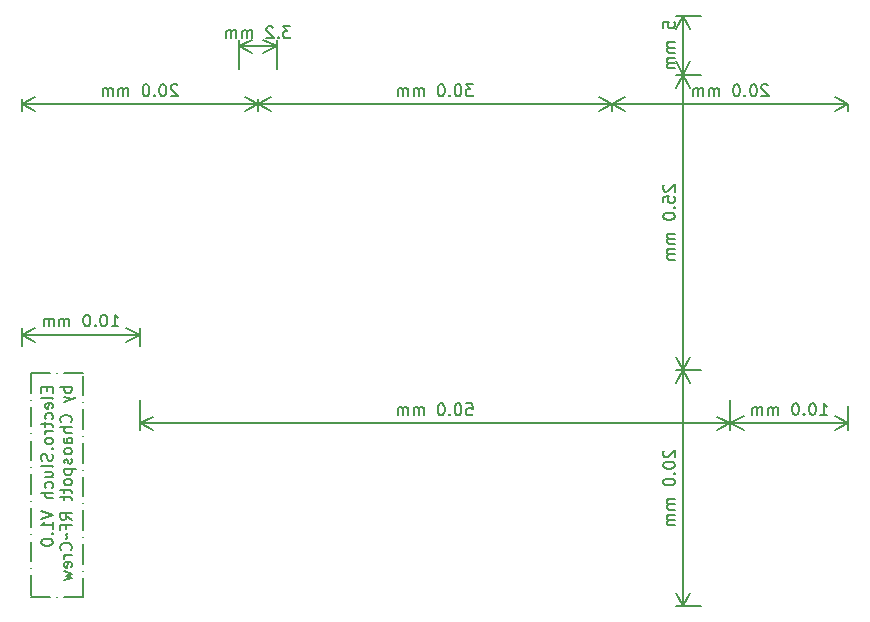
<source format=gbo>
G04 #@! TF.GenerationSoftware,KiCad,Pcbnew,7.0.10*
G04 #@! TF.CreationDate,2024-02-03T19:17:55+01:00*
G04 #@! TF.ProjectId,electrosluch_basic,656c6563-7472-46f7-936c-7563685f6261,rev?*
G04 #@! TF.SameCoordinates,Original*
G04 #@! TF.FileFunction,Legend,Bot*
G04 #@! TF.FilePolarity,Positive*
%FSLAX46Y46*%
G04 Gerber Fmt 4.6, Leading zero omitted, Abs format (unit mm)*
G04 Created by KiCad (PCBNEW 7.0.10) date 2024-02-03 19:17:55*
%MOMM*%
%LPD*%
G01*
G04 APERTURE LIST*
%ADD10C,0.150000*%
%ADD11C,1.600000*%
%ADD12C,3.200000*%
%ADD13C,2.000000*%
%ADD14R,1.600000X1.600000*%
%ADD15R,1.700000X1.700000*%
%ADD16O,1.700000X1.700000*%
%ADD17O,1.600000X1.600000*%
%ADD18O,2.200000X1.200000*%
%ADD19O,1.200000X2.200000*%
%ADD20R,1.800000X1.800000*%
%ADD21C,1.800000*%
G04 APERTURE END LIST*
D10*
X52118509Y-81430279D02*
X52118509Y-81763612D01*
X52642319Y-81906469D02*
X52642319Y-81430279D01*
X52642319Y-81430279D02*
X51642319Y-81430279D01*
X51642319Y-81430279D02*
X51642319Y-81906469D01*
X52642319Y-82477898D02*
X52594700Y-82382660D01*
X52594700Y-82382660D02*
X52499461Y-82335041D01*
X52499461Y-82335041D02*
X51642319Y-82335041D01*
X52594700Y-83239803D02*
X52642319Y-83144565D01*
X52642319Y-83144565D02*
X52642319Y-82954089D01*
X52642319Y-82954089D02*
X52594700Y-82858851D01*
X52594700Y-82858851D02*
X52499461Y-82811232D01*
X52499461Y-82811232D02*
X52118509Y-82811232D01*
X52118509Y-82811232D02*
X52023271Y-82858851D01*
X52023271Y-82858851D02*
X51975652Y-82954089D01*
X51975652Y-82954089D02*
X51975652Y-83144565D01*
X51975652Y-83144565D02*
X52023271Y-83239803D01*
X52023271Y-83239803D02*
X52118509Y-83287422D01*
X52118509Y-83287422D02*
X52213747Y-83287422D01*
X52213747Y-83287422D02*
X52308985Y-82811232D01*
X52594700Y-84144565D02*
X52642319Y-84049327D01*
X52642319Y-84049327D02*
X52642319Y-83858851D01*
X52642319Y-83858851D02*
X52594700Y-83763613D01*
X52594700Y-83763613D02*
X52547080Y-83715994D01*
X52547080Y-83715994D02*
X52451842Y-83668375D01*
X52451842Y-83668375D02*
X52166128Y-83668375D01*
X52166128Y-83668375D02*
X52070890Y-83715994D01*
X52070890Y-83715994D02*
X52023271Y-83763613D01*
X52023271Y-83763613D02*
X51975652Y-83858851D01*
X51975652Y-83858851D02*
X51975652Y-84049327D01*
X51975652Y-84049327D02*
X52023271Y-84144565D01*
X51975652Y-84430280D02*
X51975652Y-84811232D01*
X51642319Y-84573137D02*
X52499461Y-84573137D01*
X52499461Y-84573137D02*
X52594700Y-84620756D01*
X52594700Y-84620756D02*
X52642319Y-84715994D01*
X52642319Y-84715994D02*
X52642319Y-84811232D01*
X52642319Y-85144566D02*
X51975652Y-85144566D01*
X52166128Y-85144566D02*
X52070890Y-85192185D01*
X52070890Y-85192185D02*
X52023271Y-85239804D01*
X52023271Y-85239804D02*
X51975652Y-85335042D01*
X51975652Y-85335042D02*
X51975652Y-85430280D01*
X52642319Y-85906471D02*
X52594700Y-85811233D01*
X52594700Y-85811233D02*
X52547080Y-85763614D01*
X52547080Y-85763614D02*
X52451842Y-85715995D01*
X52451842Y-85715995D02*
X52166128Y-85715995D01*
X52166128Y-85715995D02*
X52070890Y-85763614D01*
X52070890Y-85763614D02*
X52023271Y-85811233D01*
X52023271Y-85811233D02*
X51975652Y-85906471D01*
X51975652Y-85906471D02*
X51975652Y-86049328D01*
X51975652Y-86049328D02*
X52023271Y-86144566D01*
X52023271Y-86144566D02*
X52070890Y-86192185D01*
X52070890Y-86192185D02*
X52166128Y-86239804D01*
X52166128Y-86239804D02*
X52451842Y-86239804D01*
X52451842Y-86239804D02*
X52547080Y-86192185D01*
X52547080Y-86192185D02*
X52594700Y-86144566D01*
X52594700Y-86144566D02*
X52642319Y-86049328D01*
X52642319Y-86049328D02*
X52642319Y-85906471D01*
X52547080Y-86668376D02*
X52594700Y-86715995D01*
X52594700Y-86715995D02*
X52642319Y-86668376D01*
X52642319Y-86668376D02*
X52594700Y-86620757D01*
X52594700Y-86620757D02*
X52547080Y-86668376D01*
X52547080Y-86668376D02*
X52642319Y-86668376D01*
X52594700Y-87096947D02*
X52642319Y-87239804D01*
X52642319Y-87239804D02*
X52642319Y-87477899D01*
X52642319Y-87477899D02*
X52594700Y-87573137D01*
X52594700Y-87573137D02*
X52547080Y-87620756D01*
X52547080Y-87620756D02*
X52451842Y-87668375D01*
X52451842Y-87668375D02*
X52356604Y-87668375D01*
X52356604Y-87668375D02*
X52261366Y-87620756D01*
X52261366Y-87620756D02*
X52213747Y-87573137D01*
X52213747Y-87573137D02*
X52166128Y-87477899D01*
X52166128Y-87477899D02*
X52118509Y-87287423D01*
X52118509Y-87287423D02*
X52070890Y-87192185D01*
X52070890Y-87192185D02*
X52023271Y-87144566D01*
X52023271Y-87144566D02*
X51928033Y-87096947D01*
X51928033Y-87096947D02*
X51832795Y-87096947D01*
X51832795Y-87096947D02*
X51737557Y-87144566D01*
X51737557Y-87144566D02*
X51689938Y-87192185D01*
X51689938Y-87192185D02*
X51642319Y-87287423D01*
X51642319Y-87287423D02*
X51642319Y-87525518D01*
X51642319Y-87525518D02*
X51689938Y-87668375D01*
X52642319Y-88239804D02*
X52594700Y-88144566D01*
X52594700Y-88144566D02*
X52499461Y-88096947D01*
X52499461Y-88096947D02*
X51642319Y-88096947D01*
X51975652Y-89049328D02*
X52642319Y-89049328D01*
X51975652Y-88620757D02*
X52499461Y-88620757D01*
X52499461Y-88620757D02*
X52594700Y-88668376D01*
X52594700Y-88668376D02*
X52642319Y-88763614D01*
X52642319Y-88763614D02*
X52642319Y-88906471D01*
X52642319Y-88906471D02*
X52594700Y-89001709D01*
X52594700Y-89001709D02*
X52547080Y-89049328D01*
X52594700Y-89954090D02*
X52642319Y-89858852D01*
X52642319Y-89858852D02*
X52642319Y-89668376D01*
X52642319Y-89668376D02*
X52594700Y-89573138D01*
X52594700Y-89573138D02*
X52547080Y-89525519D01*
X52547080Y-89525519D02*
X52451842Y-89477900D01*
X52451842Y-89477900D02*
X52166128Y-89477900D01*
X52166128Y-89477900D02*
X52070890Y-89525519D01*
X52070890Y-89525519D02*
X52023271Y-89573138D01*
X52023271Y-89573138D02*
X51975652Y-89668376D01*
X51975652Y-89668376D02*
X51975652Y-89858852D01*
X51975652Y-89858852D02*
X52023271Y-89954090D01*
X52642319Y-90382662D02*
X51642319Y-90382662D01*
X52642319Y-90811233D02*
X52118509Y-90811233D01*
X52118509Y-90811233D02*
X52023271Y-90763614D01*
X52023271Y-90763614D02*
X51975652Y-90668376D01*
X51975652Y-90668376D02*
X51975652Y-90525519D01*
X51975652Y-90525519D02*
X52023271Y-90430281D01*
X52023271Y-90430281D02*
X52070890Y-90382662D01*
X51642319Y-91906472D02*
X52642319Y-92239805D01*
X52642319Y-92239805D02*
X51642319Y-92573138D01*
X52642319Y-93430281D02*
X52642319Y-92858853D01*
X52642319Y-93144567D02*
X51642319Y-93144567D01*
X51642319Y-93144567D02*
X51785176Y-93049329D01*
X51785176Y-93049329D02*
X51880414Y-92954091D01*
X51880414Y-92954091D02*
X51928033Y-92858853D01*
X52547080Y-93858853D02*
X52594700Y-93906472D01*
X52594700Y-93906472D02*
X52642319Y-93858853D01*
X52642319Y-93858853D02*
X52594700Y-93811234D01*
X52594700Y-93811234D02*
X52547080Y-93858853D01*
X52547080Y-93858853D02*
X52642319Y-93858853D01*
X51642319Y-94525519D02*
X51642319Y-94620757D01*
X51642319Y-94620757D02*
X51689938Y-94715995D01*
X51689938Y-94715995D02*
X51737557Y-94763614D01*
X51737557Y-94763614D02*
X51832795Y-94811233D01*
X51832795Y-94811233D02*
X52023271Y-94858852D01*
X52023271Y-94858852D02*
X52261366Y-94858852D01*
X52261366Y-94858852D02*
X52451842Y-94811233D01*
X52451842Y-94811233D02*
X52547080Y-94763614D01*
X52547080Y-94763614D02*
X52594700Y-94715995D01*
X52594700Y-94715995D02*
X52642319Y-94620757D01*
X52642319Y-94620757D02*
X52642319Y-94525519D01*
X52642319Y-94525519D02*
X52594700Y-94430281D01*
X52594700Y-94430281D02*
X52547080Y-94382662D01*
X52547080Y-94382662D02*
X52451842Y-94335043D01*
X52451842Y-94335043D02*
X52261366Y-94287424D01*
X52261366Y-94287424D02*
X52023271Y-94287424D01*
X52023271Y-94287424D02*
X51832795Y-94335043D01*
X51832795Y-94335043D02*
X51737557Y-94382662D01*
X51737557Y-94382662D02*
X51689938Y-94430281D01*
X51689938Y-94430281D02*
X51642319Y-94525519D01*
X54252319Y-81430279D02*
X53252319Y-81430279D01*
X53633271Y-81430279D02*
X53585652Y-81525517D01*
X53585652Y-81525517D02*
X53585652Y-81715993D01*
X53585652Y-81715993D02*
X53633271Y-81811231D01*
X53633271Y-81811231D02*
X53680890Y-81858850D01*
X53680890Y-81858850D02*
X53776128Y-81906469D01*
X53776128Y-81906469D02*
X54061842Y-81906469D01*
X54061842Y-81906469D02*
X54157080Y-81858850D01*
X54157080Y-81858850D02*
X54204700Y-81811231D01*
X54204700Y-81811231D02*
X54252319Y-81715993D01*
X54252319Y-81715993D02*
X54252319Y-81525517D01*
X54252319Y-81525517D02*
X54204700Y-81430279D01*
X53585652Y-82239803D02*
X54252319Y-82477898D01*
X53585652Y-82715993D02*
X54252319Y-82477898D01*
X54252319Y-82477898D02*
X54490414Y-82382660D01*
X54490414Y-82382660D02*
X54538033Y-82335041D01*
X54538033Y-82335041D02*
X54585652Y-82239803D01*
X54157080Y-84430279D02*
X54204700Y-84382660D01*
X54204700Y-84382660D02*
X54252319Y-84239803D01*
X54252319Y-84239803D02*
X54252319Y-84144565D01*
X54252319Y-84144565D02*
X54204700Y-84001708D01*
X54204700Y-84001708D02*
X54109461Y-83906470D01*
X54109461Y-83906470D02*
X54014223Y-83858851D01*
X54014223Y-83858851D02*
X53823747Y-83811232D01*
X53823747Y-83811232D02*
X53680890Y-83811232D01*
X53680890Y-83811232D02*
X53490414Y-83858851D01*
X53490414Y-83858851D02*
X53395176Y-83906470D01*
X53395176Y-83906470D02*
X53299938Y-84001708D01*
X53299938Y-84001708D02*
X53252319Y-84144565D01*
X53252319Y-84144565D02*
X53252319Y-84239803D01*
X53252319Y-84239803D02*
X53299938Y-84382660D01*
X53299938Y-84382660D02*
X53347557Y-84430279D01*
X54252319Y-84858851D02*
X53252319Y-84858851D01*
X54252319Y-85287422D02*
X53728509Y-85287422D01*
X53728509Y-85287422D02*
X53633271Y-85239803D01*
X53633271Y-85239803D02*
X53585652Y-85144565D01*
X53585652Y-85144565D02*
X53585652Y-85001708D01*
X53585652Y-85001708D02*
X53633271Y-84906470D01*
X53633271Y-84906470D02*
X53680890Y-84858851D01*
X54252319Y-86192184D02*
X53728509Y-86192184D01*
X53728509Y-86192184D02*
X53633271Y-86144565D01*
X53633271Y-86144565D02*
X53585652Y-86049327D01*
X53585652Y-86049327D02*
X53585652Y-85858851D01*
X53585652Y-85858851D02*
X53633271Y-85763613D01*
X54204700Y-86192184D02*
X54252319Y-86096946D01*
X54252319Y-86096946D02*
X54252319Y-85858851D01*
X54252319Y-85858851D02*
X54204700Y-85763613D01*
X54204700Y-85763613D02*
X54109461Y-85715994D01*
X54109461Y-85715994D02*
X54014223Y-85715994D01*
X54014223Y-85715994D02*
X53918985Y-85763613D01*
X53918985Y-85763613D02*
X53871366Y-85858851D01*
X53871366Y-85858851D02*
X53871366Y-86096946D01*
X53871366Y-86096946D02*
X53823747Y-86192184D01*
X54252319Y-86811232D02*
X54204700Y-86715994D01*
X54204700Y-86715994D02*
X54157080Y-86668375D01*
X54157080Y-86668375D02*
X54061842Y-86620756D01*
X54061842Y-86620756D02*
X53776128Y-86620756D01*
X53776128Y-86620756D02*
X53680890Y-86668375D01*
X53680890Y-86668375D02*
X53633271Y-86715994D01*
X53633271Y-86715994D02*
X53585652Y-86811232D01*
X53585652Y-86811232D02*
X53585652Y-86954089D01*
X53585652Y-86954089D02*
X53633271Y-87049327D01*
X53633271Y-87049327D02*
X53680890Y-87096946D01*
X53680890Y-87096946D02*
X53776128Y-87144565D01*
X53776128Y-87144565D02*
X54061842Y-87144565D01*
X54061842Y-87144565D02*
X54157080Y-87096946D01*
X54157080Y-87096946D02*
X54204700Y-87049327D01*
X54204700Y-87049327D02*
X54252319Y-86954089D01*
X54252319Y-86954089D02*
X54252319Y-86811232D01*
X54204700Y-87525518D02*
X54252319Y-87620756D01*
X54252319Y-87620756D02*
X54252319Y-87811232D01*
X54252319Y-87811232D02*
X54204700Y-87906470D01*
X54204700Y-87906470D02*
X54109461Y-87954089D01*
X54109461Y-87954089D02*
X54061842Y-87954089D01*
X54061842Y-87954089D02*
X53966604Y-87906470D01*
X53966604Y-87906470D02*
X53918985Y-87811232D01*
X53918985Y-87811232D02*
X53918985Y-87668375D01*
X53918985Y-87668375D02*
X53871366Y-87573137D01*
X53871366Y-87573137D02*
X53776128Y-87525518D01*
X53776128Y-87525518D02*
X53728509Y-87525518D01*
X53728509Y-87525518D02*
X53633271Y-87573137D01*
X53633271Y-87573137D02*
X53585652Y-87668375D01*
X53585652Y-87668375D02*
X53585652Y-87811232D01*
X53585652Y-87811232D02*
X53633271Y-87906470D01*
X53585652Y-88382661D02*
X54585652Y-88382661D01*
X53633271Y-88382661D02*
X53585652Y-88477899D01*
X53585652Y-88477899D02*
X53585652Y-88668375D01*
X53585652Y-88668375D02*
X53633271Y-88763613D01*
X53633271Y-88763613D02*
X53680890Y-88811232D01*
X53680890Y-88811232D02*
X53776128Y-88858851D01*
X53776128Y-88858851D02*
X54061842Y-88858851D01*
X54061842Y-88858851D02*
X54157080Y-88811232D01*
X54157080Y-88811232D02*
X54204700Y-88763613D01*
X54204700Y-88763613D02*
X54252319Y-88668375D01*
X54252319Y-88668375D02*
X54252319Y-88477899D01*
X54252319Y-88477899D02*
X54204700Y-88382661D01*
X54252319Y-89430280D02*
X54204700Y-89335042D01*
X54204700Y-89335042D02*
X54157080Y-89287423D01*
X54157080Y-89287423D02*
X54061842Y-89239804D01*
X54061842Y-89239804D02*
X53776128Y-89239804D01*
X53776128Y-89239804D02*
X53680890Y-89287423D01*
X53680890Y-89287423D02*
X53633271Y-89335042D01*
X53633271Y-89335042D02*
X53585652Y-89430280D01*
X53585652Y-89430280D02*
X53585652Y-89573137D01*
X53585652Y-89573137D02*
X53633271Y-89668375D01*
X53633271Y-89668375D02*
X53680890Y-89715994D01*
X53680890Y-89715994D02*
X53776128Y-89763613D01*
X53776128Y-89763613D02*
X54061842Y-89763613D01*
X54061842Y-89763613D02*
X54157080Y-89715994D01*
X54157080Y-89715994D02*
X54204700Y-89668375D01*
X54204700Y-89668375D02*
X54252319Y-89573137D01*
X54252319Y-89573137D02*
X54252319Y-89430280D01*
X53585652Y-90049328D02*
X53585652Y-90430280D01*
X53252319Y-90192185D02*
X54109461Y-90192185D01*
X54109461Y-90192185D02*
X54204700Y-90239804D01*
X54204700Y-90239804D02*
X54252319Y-90335042D01*
X54252319Y-90335042D02*
X54252319Y-90430280D01*
X53585652Y-90620757D02*
X53585652Y-91001709D01*
X53252319Y-90763614D02*
X54109461Y-90763614D01*
X54109461Y-90763614D02*
X54204700Y-90811233D01*
X54204700Y-90811233D02*
X54252319Y-90906471D01*
X54252319Y-90906471D02*
X54252319Y-91001709D01*
X54252319Y-92668376D02*
X53776128Y-92335043D01*
X54252319Y-92096948D02*
X53252319Y-92096948D01*
X53252319Y-92096948D02*
X53252319Y-92477900D01*
X53252319Y-92477900D02*
X53299938Y-92573138D01*
X53299938Y-92573138D02*
X53347557Y-92620757D01*
X53347557Y-92620757D02*
X53442795Y-92668376D01*
X53442795Y-92668376D02*
X53585652Y-92668376D01*
X53585652Y-92668376D02*
X53680890Y-92620757D01*
X53680890Y-92620757D02*
X53728509Y-92573138D01*
X53728509Y-92573138D02*
X53776128Y-92477900D01*
X53776128Y-92477900D02*
X53776128Y-92096948D01*
X53728509Y-93430281D02*
X53728509Y-93096948D01*
X54252319Y-93096948D02*
X53252319Y-93096948D01*
X53252319Y-93096948D02*
X53252319Y-93573138D01*
X53871366Y-93811234D02*
X53823747Y-93858853D01*
X53823747Y-93858853D02*
X53776128Y-93954091D01*
X53776128Y-93954091D02*
X53871366Y-94144567D01*
X53871366Y-94144567D02*
X53823747Y-94239805D01*
X53823747Y-94239805D02*
X53776128Y-94287424D01*
X54157080Y-95239805D02*
X54204700Y-95192186D01*
X54204700Y-95192186D02*
X54252319Y-95049329D01*
X54252319Y-95049329D02*
X54252319Y-94954091D01*
X54252319Y-94954091D02*
X54204700Y-94811234D01*
X54204700Y-94811234D02*
X54109461Y-94715996D01*
X54109461Y-94715996D02*
X54014223Y-94668377D01*
X54014223Y-94668377D02*
X53823747Y-94620758D01*
X53823747Y-94620758D02*
X53680890Y-94620758D01*
X53680890Y-94620758D02*
X53490414Y-94668377D01*
X53490414Y-94668377D02*
X53395176Y-94715996D01*
X53395176Y-94715996D02*
X53299938Y-94811234D01*
X53299938Y-94811234D02*
X53252319Y-94954091D01*
X53252319Y-94954091D02*
X53252319Y-95049329D01*
X53252319Y-95049329D02*
X53299938Y-95192186D01*
X53299938Y-95192186D02*
X53347557Y-95239805D01*
X54252319Y-95668377D02*
X53585652Y-95668377D01*
X53776128Y-95668377D02*
X53680890Y-95715996D01*
X53680890Y-95715996D02*
X53633271Y-95763615D01*
X53633271Y-95763615D02*
X53585652Y-95858853D01*
X53585652Y-95858853D02*
X53585652Y-95954091D01*
X54204700Y-96668377D02*
X54252319Y-96573139D01*
X54252319Y-96573139D02*
X54252319Y-96382663D01*
X54252319Y-96382663D02*
X54204700Y-96287425D01*
X54204700Y-96287425D02*
X54109461Y-96239806D01*
X54109461Y-96239806D02*
X53728509Y-96239806D01*
X53728509Y-96239806D02*
X53633271Y-96287425D01*
X53633271Y-96287425D02*
X53585652Y-96382663D01*
X53585652Y-96382663D02*
X53585652Y-96573139D01*
X53585652Y-96573139D02*
X53633271Y-96668377D01*
X53633271Y-96668377D02*
X53728509Y-96715996D01*
X53728509Y-96715996D02*
X53823747Y-96715996D01*
X53823747Y-96715996D02*
X53918985Y-96239806D01*
X53585652Y-97049330D02*
X54252319Y-97239806D01*
X54252319Y-97239806D02*
X53776128Y-97430282D01*
X53776128Y-97430282D02*
X54252319Y-97620758D01*
X54252319Y-97620758D02*
X53585652Y-97811234D01*
X50777500Y-99231500D02*
X52427500Y-99231500D01*
X53027500Y-99231500D02*
X53027500Y-99231500D01*
X53627500Y-99231500D02*
X55222500Y-99231500D01*
X55222500Y-99231500D02*
X55222500Y-97581500D01*
X55222500Y-96981500D02*
X55222500Y-96981500D01*
X55222500Y-96381500D02*
X55222500Y-94731500D01*
X55222500Y-94131500D02*
X55222500Y-94131500D01*
X55222500Y-93531500D02*
X55222500Y-91881500D01*
X55222500Y-91281500D02*
X55222500Y-91281500D01*
X55222500Y-90681500D02*
X55222500Y-89031500D01*
X55222500Y-88431500D02*
X55222500Y-88431500D01*
X55222500Y-87831500D02*
X55222500Y-86181500D01*
X55222500Y-85581500D02*
X55222500Y-85581500D01*
X55222500Y-84981500D02*
X55222500Y-83331500D01*
X55222500Y-82731500D02*
X55222500Y-82731500D01*
X55222500Y-82131500D02*
X55222500Y-80481500D01*
X55222500Y-80268500D02*
X53572500Y-80268500D01*
X52972500Y-80268500D02*
X52972500Y-80268500D01*
X52372500Y-80268500D02*
X50777500Y-80268500D01*
X50777500Y-80268500D02*
X50777500Y-81918500D01*
X50777500Y-82518500D02*
X50777500Y-82518500D01*
X50777500Y-83118500D02*
X50777500Y-84768500D01*
X50777500Y-85368500D02*
X50777500Y-85368500D01*
X50777500Y-85968500D02*
X50777500Y-87618500D01*
X50777500Y-88218500D02*
X50777500Y-88218500D01*
X50777500Y-88818500D02*
X50777500Y-90468500D01*
X50777500Y-91068500D02*
X50777500Y-91068500D01*
X50777500Y-91668500D02*
X50777500Y-93318500D01*
X50777500Y-93918500D02*
X50777500Y-93918500D01*
X50777500Y-94518500D02*
X50777500Y-96168500D01*
X50777500Y-96768500D02*
X50777500Y-96768500D01*
X50777500Y-97368500D02*
X50777500Y-99018500D01*
X57619047Y-76304819D02*
X58190475Y-76304819D01*
X57904761Y-76304819D02*
X57904761Y-75304819D01*
X57904761Y-75304819D02*
X57999999Y-75447676D01*
X57999999Y-75447676D02*
X58095237Y-75542914D01*
X58095237Y-75542914D02*
X58190475Y-75590533D01*
X56999999Y-75304819D02*
X56904761Y-75304819D01*
X56904761Y-75304819D02*
X56809523Y-75352438D01*
X56809523Y-75352438D02*
X56761904Y-75400057D01*
X56761904Y-75400057D02*
X56714285Y-75495295D01*
X56714285Y-75495295D02*
X56666666Y-75685771D01*
X56666666Y-75685771D02*
X56666666Y-75923866D01*
X56666666Y-75923866D02*
X56714285Y-76114342D01*
X56714285Y-76114342D02*
X56761904Y-76209580D01*
X56761904Y-76209580D02*
X56809523Y-76257200D01*
X56809523Y-76257200D02*
X56904761Y-76304819D01*
X56904761Y-76304819D02*
X56999999Y-76304819D01*
X56999999Y-76304819D02*
X57095237Y-76257200D01*
X57095237Y-76257200D02*
X57142856Y-76209580D01*
X57142856Y-76209580D02*
X57190475Y-76114342D01*
X57190475Y-76114342D02*
X57238094Y-75923866D01*
X57238094Y-75923866D02*
X57238094Y-75685771D01*
X57238094Y-75685771D02*
X57190475Y-75495295D01*
X57190475Y-75495295D02*
X57142856Y-75400057D01*
X57142856Y-75400057D02*
X57095237Y-75352438D01*
X57095237Y-75352438D02*
X56999999Y-75304819D01*
X56238094Y-76209580D02*
X56190475Y-76257200D01*
X56190475Y-76257200D02*
X56238094Y-76304819D01*
X56238094Y-76304819D02*
X56285713Y-76257200D01*
X56285713Y-76257200D02*
X56238094Y-76209580D01*
X56238094Y-76209580D02*
X56238094Y-76304819D01*
X55571428Y-75304819D02*
X55476190Y-75304819D01*
X55476190Y-75304819D02*
X55380952Y-75352438D01*
X55380952Y-75352438D02*
X55333333Y-75400057D01*
X55333333Y-75400057D02*
X55285714Y-75495295D01*
X55285714Y-75495295D02*
X55238095Y-75685771D01*
X55238095Y-75685771D02*
X55238095Y-75923866D01*
X55238095Y-75923866D02*
X55285714Y-76114342D01*
X55285714Y-76114342D02*
X55333333Y-76209580D01*
X55333333Y-76209580D02*
X55380952Y-76257200D01*
X55380952Y-76257200D02*
X55476190Y-76304819D01*
X55476190Y-76304819D02*
X55571428Y-76304819D01*
X55571428Y-76304819D02*
X55666666Y-76257200D01*
X55666666Y-76257200D02*
X55714285Y-76209580D01*
X55714285Y-76209580D02*
X55761904Y-76114342D01*
X55761904Y-76114342D02*
X55809523Y-75923866D01*
X55809523Y-75923866D02*
X55809523Y-75685771D01*
X55809523Y-75685771D02*
X55761904Y-75495295D01*
X55761904Y-75495295D02*
X55714285Y-75400057D01*
X55714285Y-75400057D02*
X55666666Y-75352438D01*
X55666666Y-75352438D02*
X55571428Y-75304819D01*
X54047618Y-76304819D02*
X54047618Y-75638152D01*
X54047618Y-75733390D02*
X53999999Y-75685771D01*
X53999999Y-75685771D02*
X53904761Y-75638152D01*
X53904761Y-75638152D02*
X53761904Y-75638152D01*
X53761904Y-75638152D02*
X53666666Y-75685771D01*
X53666666Y-75685771D02*
X53619047Y-75781009D01*
X53619047Y-75781009D02*
X53619047Y-76304819D01*
X53619047Y-75781009D02*
X53571428Y-75685771D01*
X53571428Y-75685771D02*
X53476190Y-75638152D01*
X53476190Y-75638152D02*
X53333333Y-75638152D01*
X53333333Y-75638152D02*
X53238094Y-75685771D01*
X53238094Y-75685771D02*
X53190475Y-75781009D01*
X53190475Y-75781009D02*
X53190475Y-76304819D01*
X52714285Y-76304819D02*
X52714285Y-75638152D01*
X52714285Y-75733390D02*
X52666666Y-75685771D01*
X52666666Y-75685771D02*
X52571428Y-75638152D01*
X52571428Y-75638152D02*
X52428571Y-75638152D01*
X52428571Y-75638152D02*
X52333333Y-75685771D01*
X52333333Y-75685771D02*
X52285714Y-75781009D01*
X52285714Y-75781009D02*
X52285714Y-76304819D01*
X52285714Y-75781009D02*
X52238095Y-75685771D01*
X52238095Y-75685771D02*
X52142857Y-75638152D01*
X52142857Y-75638152D02*
X52000000Y-75638152D01*
X52000000Y-75638152D02*
X51904761Y-75685771D01*
X51904761Y-75685771D02*
X51857142Y-75781009D01*
X51857142Y-75781009D02*
X51857142Y-76304819D01*
X60000000Y-78000000D02*
X60000000Y-76413580D01*
X50000000Y-78000000D02*
X50000000Y-76413580D01*
X60000000Y-77000000D02*
X50000000Y-77000000D01*
X60000000Y-77000000D02*
X50000000Y-77000000D01*
X60000000Y-77000000D02*
X58873496Y-77586421D01*
X60000000Y-77000000D02*
X58873496Y-76413579D01*
X50000000Y-77000000D02*
X51126504Y-76413579D01*
X50000000Y-77000000D02*
X51126504Y-77586421D01*
X104400058Y-86809524D02*
X104352439Y-86857143D01*
X104352439Y-86857143D02*
X104304820Y-86952381D01*
X104304820Y-86952381D02*
X104304820Y-87190476D01*
X104304820Y-87190476D02*
X104352439Y-87285714D01*
X104352439Y-87285714D02*
X104400058Y-87333333D01*
X104400058Y-87333333D02*
X104495296Y-87380952D01*
X104495296Y-87380952D02*
X104590534Y-87380952D01*
X104590534Y-87380952D02*
X104733391Y-87333333D01*
X104733391Y-87333333D02*
X105304820Y-86761905D01*
X105304820Y-86761905D02*
X105304820Y-87380952D01*
X104304820Y-88000000D02*
X104304820Y-88095238D01*
X104304820Y-88095238D02*
X104352439Y-88190476D01*
X104352439Y-88190476D02*
X104400058Y-88238095D01*
X104400058Y-88238095D02*
X104495296Y-88285714D01*
X104495296Y-88285714D02*
X104685772Y-88333333D01*
X104685772Y-88333333D02*
X104923867Y-88333333D01*
X104923867Y-88333333D02*
X105114343Y-88285714D01*
X105114343Y-88285714D02*
X105209581Y-88238095D01*
X105209581Y-88238095D02*
X105257201Y-88190476D01*
X105257201Y-88190476D02*
X105304820Y-88095238D01*
X105304820Y-88095238D02*
X105304820Y-88000000D01*
X105304820Y-88000000D02*
X105257201Y-87904762D01*
X105257201Y-87904762D02*
X105209581Y-87857143D01*
X105209581Y-87857143D02*
X105114343Y-87809524D01*
X105114343Y-87809524D02*
X104923867Y-87761905D01*
X104923867Y-87761905D02*
X104685772Y-87761905D01*
X104685772Y-87761905D02*
X104495296Y-87809524D01*
X104495296Y-87809524D02*
X104400058Y-87857143D01*
X104400058Y-87857143D02*
X104352439Y-87904762D01*
X104352439Y-87904762D02*
X104304820Y-88000000D01*
X105209581Y-88761905D02*
X105257201Y-88809524D01*
X105257201Y-88809524D02*
X105304820Y-88761905D01*
X105304820Y-88761905D02*
X105257201Y-88714286D01*
X105257201Y-88714286D02*
X105209581Y-88761905D01*
X105209581Y-88761905D02*
X105304820Y-88761905D01*
X104304820Y-89428571D02*
X104304820Y-89523809D01*
X104304820Y-89523809D02*
X104352439Y-89619047D01*
X104352439Y-89619047D02*
X104400058Y-89666666D01*
X104400058Y-89666666D02*
X104495296Y-89714285D01*
X104495296Y-89714285D02*
X104685772Y-89761904D01*
X104685772Y-89761904D02*
X104923867Y-89761904D01*
X104923867Y-89761904D02*
X105114343Y-89714285D01*
X105114343Y-89714285D02*
X105209581Y-89666666D01*
X105209581Y-89666666D02*
X105257201Y-89619047D01*
X105257201Y-89619047D02*
X105304820Y-89523809D01*
X105304820Y-89523809D02*
X105304820Y-89428571D01*
X105304820Y-89428571D02*
X105257201Y-89333333D01*
X105257201Y-89333333D02*
X105209581Y-89285714D01*
X105209581Y-89285714D02*
X105114343Y-89238095D01*
X105114343Y-89238095D02*
X104923867Y-89190476D01*
X104923867Y-89190476D02*
X104685772Y-89190476D01*
X104685772Y-89190476D02*
X104495296Y-89238095D01*
X104495296Y-89238095D02*
X104400058Y-89285714D01*
X104400058Y-89285714D02*
X104352439Y-89333333D01*
X104352439Y-89333333D02*
X104304820Y-89428571D01*
X105304820Y-90952381D02*
X104638153Y-90952381D01*
X104733391Y-90952381D02*
X104685772Y-91000000D01*
X104685772Y-91000000D02*
X104638153Y-91095238D01*
X104638153Y-91095238D02*
X104638153Y-91238095D01*
X104638153Y-91238095D02*
X104685772Y-91333333D01*
X104685772Y-91333333D02*
X104781010Y-91380952D01*
X104781010Y-91380952D02*
X105304820Y-91380952D01*
X104781010Y-91380952D02*
X104685772Y-91428571D01*
X104685772Y-91428571D02*
X104638153Y-91523809D01*
X104638153Y-91523809D02*
X104638153Y-91666666D01*
X104638153Y-91666666D02*
X104685772Y-91761905D01*
X104685772Y-91761905D02*
X104781010Y-91809524D01*
X104781010Y-91809524D02*
X105304820Y-91809524D01*
X105304820Y-92285714D02*
X104638153Y-92285714D01*
X104733391Y-92285714D02*
X104685772Y-92333333D01*
X104685772Y-92333333D02*
X104638153Y-92428571D01*
X104638153Y-92428571D02*
X104638153Y-92571428D01*
X104638153Y-92571428D02*
X104685772Y-92666666D01*
X104685772Y-92666666D02*
X104781010Y-92714285D01*
X104781010Y-92714285D02*
X105304820Y-92714285D01*
X104781010Y-92714285D02*
X104685772Y-92761904D01*
X104685772Y-92761904D02*
X104638153Y-92857142D01*
X104638153Y-92857142D02*
X104638153Y-92999999D01*
X104638153Y-92999999D02*
X104685772Y-93095238D01*
X104685772Y-93095238D02*
X104781010Y-93142857D01*
X104781010Y-93142857D02*
X105304820Y-93142857D01*
X107500000Y-80000000D02*
X105413581Y-80000000D01*
X107500000Y-100000000D02*
X105413581Y-100000000D01*
X106000001Y-80000000D02*
X106000001Y-100000000D01*
X106000001Y-80000000D02*
X106000001Y-100000000D01*
X106000001Y-80000000D02*
X106586422Y-81126504D01*
X106000001Y-80000000D02*
X105413580Y-81126504D01*
X106000001Y-100000000D02*
X105413580Y-98873496D01*
X106000001Y-100000000D02*
X106586422Y-98873496D01*
X87666666Y-82825652D02*
X88142856Y-82825652D01*
X88142856Y-82825652D02*
X88190475Y-83301842D01*
X88190475Y-83301842D02*
X88142856Y-83254223D01*
X88142856Y-83254223D02*
X88047618Y-83206604D01*
X88047618Y-83206604D02*
X87809523Y-83206604D01*
X87809523Y-83206604D02*
X87714285Y-83254223D01*
X87714285Y-83254223D02*
X87666666Y-83301842D01*
X87666666Y-83301842D02*
X87619047Y-83397080D01*
X87619047Y-83397080D02*
X87619047Y-83635175D01*
X87619047Y-83635175D02*
X87666666Y-83730413D01*
X87666666Y-83730413D02*
X87714285Y-83778033D01*
X87714285Y-83778033D02*
X87809523Y-83825652D01*
X87809523Y-83825652D02*
X88047618Y-83825652D01*
X88047618Y-83825652D02*
X88142856Y-83778033D01*
X88142856Y-83778033D02*
X88190475Y-83730413D01*
X86999999Y-82825652D02*
X86904761Y-82825652D01*
X86904761Y-82825652D02*
X86809523Y-82873271D01*
X86809523Y-82873271D02*
X86761904Y-82920890D01*
X86761904Y-82920890D02*
X86714285Y-83016128D01*
X86714285Y-83016128D02*
X86666666Y-83206604D01*
X86666666Y-83206604D02*
X86666666Y-83444699D01*
X86666666Y-83444699D02*
X86714285Y-83635175D01*
X86714285Y-83635175D02*
X86761904Y-83730413D01*
X86761904Y-83730413D02*
X86809523Y-83778033D01*
X86809523Y-83778033D02*
X86904761Y-83825652D01*
X86904761Y-83825652D02*
X86999999Y-83825652D01*
X86999999Y-83825652D02*
X87095237Y-83778033D01*
X87095237Y-83778033D02*
X87142856Y-83730413D01*
X87142856Y-83730413D02*
X87190475Y-83635175D01*
X87190475Y-83635175D02*
X87238094Y-83444699D01*
X87238094Y-83444699D02*
X87238094Y-83206604D01*
X87238094Y-83206604D02*
X87190475Y-83016128D01*
X87190475Y-83016128D02*
X87142856Y-82920890D01*
X87142856Y-82920890D02*
X87095237Y-82873271D01*
X87095237Y-82873271D02*
X86999999Y-82825652D01*
X86238094Y-83730413D02*
X86190475Y-83778033D01*
X86190475Y-83778033D02*
X86238094Y-83825652D01*
X86238094Y-83825652D02*
X86285713Y-83778033D01*
X86285713Y-83778033D02*
X86238094Y-83730413D01*
X86238094Y-83730413D02*
X86238094Y-83825652D01*
X85571428Y-82825652D02*
X85476190Y-82825652D01*
X85476190Y-82825652D02*
X85380952Y-82873271D01*
X85380952Y-82873271D02*
X85333333Y-82920890D01*
X85333333Y-82920890D02*
X85285714Y-83016128D01*
X85285714Y-83016128D02*
X85238095Y-83206604D01*
X85238095Y-83206604D02*
X85238095Y-83444699D01*
X85238095Y-83444699D02*
X85285714Y-83635175D01*
X85285714Y-83635175D02*
X85333333Y-83730413D01*
X85333333Y-83730413D02*
X85380952Y-83778033D01*
X85380952Y-83778033D02*
X85476190Y-83825652D01*
X85476190Y-83825652D02*
X85571428Y-83825652D01*
X85571428Y-83825652D02*
X85666666Y-83778033D01*
X85666666Y-83778033D02*
X85714285Y-83730413D01*
X85714285Y-83730413D02*
X85761904Y-83635175D01*
X85761904Y-83635175D02*
X85809523Y-83444699D01*
X85809523Y-83444699D02*
X85809523Y-83206604D01*
X85809523Y-83206604D02*
X85761904Y-83016128D01*
X85761904Y-83016128D02*
X85714285Y-82920890D01*
X85714285Y-82920890D02*
X85666666Y-82873271D01*
X85666666Y-82873271D02*
X85571428Y-82825652D01*
X84047618Y-83825652D02*
X84047618Y-83158985D01*
X84047618Y-83254223D02*
X83999999Y-83206604D01*
X83999999Y-83206604D02*
X83904761Y-83158985D01*
X83904761Y-83158985D02*
X83761904Y-83158985D01*
X83761904Y-83158985D02*
X83666666Y-83206604D01*
X83666666Y-83206604D02*
X83619047Y-83301842D01*
X83619047Y-83301842D02*
X83619047Y-83825652D01*
X83619047Y-83301842D02*
X83571428Y-83206604D01*
X83571428Y-83206604D02*
X83476190Y-83158985D01*
X83476190Y-83158985D02*
X83333333Y-83158985D01*
X83333333Y-83158985D02*
X83238094Y-83206604D01*
X83238094Y-83206604D02*
X83190475Y-83301842D01*
X83190475Y-83301842D02*
X83190475Y-83825652D01*
X82714285Y-83825652D02*
X82714285Y-83158985D01*
X82714285Y-83254223D02*
X82666666Y-83206604D01*
X82666666Y-83206604D02*
X82571428Y-83158985D01*
X82571428Y-83158985D02*
X82428571Y-83158985D01*
X82428571Y-83158985D02*
X82333333Y-83206604D01*
X82333333Y-83206604D02*
X82285714Y-83301842D01*
X82285714Y-83301842D02*
X82285714Y-83825652D01*
X82285714Y-83301842D02*
X82238095Y-83206604D01*
X82238095Y-83206604D02*
X82142857Y-83158985D01*
X82142857Y-83158985D02*
X82000000Y-83158985D01*
X82000000Y-83158985D02*
X81904761Y-83206604D01*
X81904761Y-83206604D02*
X81857142Y-83301842D01*
X81857142Y-83301842D02*
X81857142Y-83825652D01*
X110000000Y-82500000D02*
X110000000Y-85107253D01*
X60000000Y-82500000D02*
X60000000Y-85107253D01*
X110000000Y-84520833D02*
X60000000Y-84520833D01*
X110000000Y-84520833D02*
X60000000Y-84520833D01*
X110000000Y-84520833D02*
X108873496Y-85107254D01*
X110000000Y-84520833D02*
X108873496Y-83934412D01*
X60000000Y-84520833D02*
X61126504Y-83934412D01*
X60000000Y-84520833D02*
X61126504Y-85107254D01*
X88238094Y-55804818D02*
X87619047Y-55804818D01*
X87619047Y-55804818D02*
X87952380Y-56185770D01*
X87952380Y-56185770D02*
X87809523Y-56185770D01*
X87809523Y-56185770D02*
X87714285Y-56233389D01*
X87714285Y-56233389D02*
X87666666Y-56281008D01*
X87666666Y-56281008D02*
X87619047Y-56376246D01*
X87619047Y-56376246D02*
X87619047Y-56614341D01*
X87619047Y-56614341D02*
X87666666Y-56709579D01*
X87666666Y-56709579D02*
X87714285Y-56757199D01*
X87714285Y-56757199D02*
X87809523Y-56804818D01*
X87809523Y-56804818D02*
X88095237Y-56804818D01*
X88095237Y-56804818D02*
X88190475Y-56757199D01*
X88190475Y-56757199D02*
X88238094Y-56709579D01*
X86999999Y-55804818D02*
X86904761Y-55804818D01*
X86904761Y-55804818D02*
X86809523Y-55852437D01*
X86809523Y-55852437D02*
X86761904Y-55900056D01*
X86761904Y-55900056D02*
X86714285Y-55995294D01*
X86714285Y-55995294D02*
X86666666Y-56185770D01*
X86666666Y-56185770D02*
X86666666Y-56423865D01*
X86666666Y-56423865D02*
X86714285Y-56614341D01*
X86714285Y-56614341D02*
X86761904Y-56709579D01*
X86761904Y-56709579D02*
X86809523Y-56757199D01*
X86809523Y-56757199D02*
X86904761Y-56804818D01*
X86904761Y-56804818D02*
X86999999Y-56804818D01*
X86999999Y-56804818D02*
X87095237Y-56757199D01*
X87095237Y-56757199D02*
X87142856Y-56709579D01*
X87142856Y-56709579D02*
X87190475Y-56614341D01*
X87190475Y-56614341D02*
X87238094Y-56423865D01*
X87238094Y-56423865D02*
X87238094Y-56185770D01*
X87238094Y-56185770D02*
X87190475Y-55995294D01*
X87190475Y-55995294D02*
X87142856Y-55900056D01*
X87142856Y-55900056D02*
X87095237Y-55852437D01*
X87095237Y-55852437D02*
X86999999Y-55804818D01*
X86238094Y-56709579D02*
X86190475Y-56757199D01*
X86190475Y-56757199D02*
X86238094Y-56804818D01*
X86238094Y-56804818D02*
X86285713Y-56757199D01*
X86285713Y-56757199D02*
X86238094Y-56709579D01*
X86238094Y-56709579D02*
X86238094Y-56804818D01*
X85571428Y-55804818D02*
X85476190Y-55804818D01*
X85476190Y-55804818D02*
X85380952Y-55852437D01*
X85380952Y-55852437D02*
X85333333Y-55900056D01*
X85333333Y-55900056D02*
X85285714Y-55995294D01*
X85285714Y-55995294D02*
X85238095Y-56185770D01*
X85238095Y-56185770D02*
X85238095Y-56423865D01*
X85238095Y-56423865D02*
X85285714Y-56614341D01*
X85285714Y-56614341D02*
X85333333Y-56709579D01*
X85333333Y-56709579D02*
X85380952Y-56757199D01*
X85380952Y-56757199D02*
X85476190Y-56804818D01*
X85476190Y-56804818D02*
X85571428Y-56804818D01*
X85571428Y-56804818D02*
X85666666Y-56757199D01*
X85666666Y-56757199D02*
X85714285Y-56709579D01*
X85714285Y-56709579D02*
X85761904Y-56614341D01*
X85761904Y-56614341D02*
X85809523Y-56423865D01*
X85809523Y-56423865D02*
X85809523Y-56185770D01*
X85809523Y-56185770D02*
X85761904Y-55995294D01*
X85761904Y-55995294D02*
X85714285Y-55900056D01*
X85714285Y-55900056D02*
X85666666Y-55852437D01*
X85666666Y-55852437D02*
X85571428Y-55804818D01*
X84047618Y-56804818D02*
X84047618Y-56138151D01*
X84047618Y-56233389D02*
X83999999Y-56185770D01*
X83999999Y-56185770D02*
X83904761Y-56138151D01*
X83904761Y-56138151D02*
X83761904Y-56138151D01*
X83761904Y-56138151D02*
X83666666Y-56185770D01*
X83666666Y-56185770D02*
X83619047Y-56281008D01*
X83619047Y-56281008D02*
X83619047Y-56804818D01*
X83619047Y-56281008D02*
X83571428Y-56185770D01*
X83571428Y-56185770D02*
X83476190Y-56138151D01*
X83476190Y-56138151D02*
X83333333Y-56138151D01*
X83333333Y-56138151D02*
X83238094Y-56185770D01*
X83238094Y-56185770D02*
X83190475Y-56281008D01*
X83190475Y-56281008D02*
X83190475Y-56804818D01*
X82714285Y-56804818D02*
X82714285Y-56138151D01*
X82714285Y-56233389D02*
X82666666Y-56185770D01*
X82666666Y-56185770D02*
X82571428Y-56138151D01*
X82571428Y-56138151D02*
X82428571Y-56138151D01*
X82428571Y-56138151D02*
X82333333Y-56185770D01*
X82333333Y-56185770D02*
X82285714Y-56281008D01*
X82285714Y-56281008D02*
X82285714Y-56804818D01*
X82285714Y-56281008D02*
X82238095Y-56185770D01*
X82238095Y-56185770D02*
X82142857Y-56138151D01*
X82142857Y-56138151D02*
X82000000Y-56138151D01*
X82000000Y-56138151D02*
X81904761Y-56185770D01*
X81904761Y-56185770D02*
X81857142Y-56281008D01*
X81857142Y-56281008D02*
X81857142Y-56804818D01*
X70000000Y-57500000D02*
X70000000Y-58086419D01*
X100000000Y-57500000D02*
X100000000Y-58086419D01*
X70000000Y-57499999D02*
X100000000Y-57499999D01*
X70000000Y-57499999D02*
X100000000Y-57499999D01*
X70000000Y-57499999D02*
X71126504Y-56913578D01*
X70000000Y-57499999D02*
X71126504Y-58086420D01*
X100000000Y-57499999D02*
X98873496Y-58086420D01*
X100000000Y-57499999D02*
X98873496Y-56913578D01*
X72761903Y-50904819D02*
X72142856Y-50904819D01*
X72142856Y-50904819D02*
X72476189Y-51285771D01*
X72476189Y-51285771D02*
X72333332Y-51285771D01*
X72333332Y-51285771D02*
X72238094Y-51333390D01*
X72238094Y-51333390D02*
X72190475Y-51381009D01*
X72190475Y-51381009D02*
X72142856Y-51476247D01*
X72142856Y-51476247D02*
X72142856Y-51714342D01*
X72142856Y-51714342D02*
X72190475Y-51809580D01*
X72190475Y-51809580D02*
X72238094Y-51857200D01*
X72238094Y-51857200D02*
X72333332Y-51904819D01*
X72333332Y-51904819D02*
X72619046Y-51904819D01*
X72619046Y-51904819D02*
X72714284Y-51857200D01*
X72714284Y-51857200D02*
X72761903Y-51809580D01*
X71714284Y-51809580D02*
X71666665Y-51857200D01*
X71666665Y-51857200D02*
X71714284Y-51904819D01*
X71714284Y-51904819D02*
X71761903Y-51857200D01*
X71761903Y-51857200D02*
X71714284Y-51809580D01*
X71714284Y-51809580D02*
X71714284Y-51904819D01*
X71285713Y-51000057D02*
X71238094Y-50952438D01*
X71238094Y-50952438D02*
X71142856Y-50904819D01*
X71142856Y-50904819D02*
X70904761Y-50904819D01*
X70904761Y-50904819D02*
X70809523Y-50952438D01*
X70809523Y-50952438D02*
X70761904Y-51000057D01*
X70761904Y-51000057D02*
X70714285Y-51095295D01*
X70714285Y-51095295D02*
X70714285Y-51190533D01*
X70714285Y-51190533D02*
X70761904Y-51333390D01*
X70761904Y-51333390D02*
X71333332Y-51904819D01*
X71333332Y-51904819D02*
X70714285Y-51904819D01*
X69523808Y-51904819D02*
X69523808Y-51238152D01*
X69523808Y-51333390D02*
X69476189Y-51285771D01*
X69476189Y-51285771D02*
X69380951Y-51238152D01*
X69380951Y-51238152D02*
X69238094Y-51238152D01*
X69238094Y-51238152D02*
X69142856Y-51285771D01*
X69142856Y-51285771D02*
X69095237Y-51381009D01*
X69095237Y-51381009D02*
X69095237Y-51904819D01*
X69095237Y-51381009D02*
X69047618Y-51285771D01*
X69047618Y-51285771D02*
X68952380Y-51238152D01*
X68952380Y-51238152D02*
X68809523Y-51238152D01*
X68809523Y-51238152D02*
X68714284Y-51285771D01*
X68714284Y-51285771D02*
X68666665Y-51381009D01*
X68666665Y-51381009D02*
X68666665Y-51904819D01*
X68190475Y-51904819D02*
X68190475Y-51238152D01*
X68190475Y-51333390D02*
X68142856Y-51285771D01*
X68142856Y-51285771D02*
X68047618Y-51238152D01*
X68047618Y-51238152D02*
X67904761Y-51238152D01*
X67904761Y-51238152D02*
X67809523Y-51285771D01*
X67809523Y-51285771D02*
X67761904Y-51381009D01*
X67761904Y-51381009D02*
X67761904Y-51904819D01*
X67761904Y-51381009D02*
X67714285Y-51285771D01*
X67714285Y-51285771D02*
X67619047Y-51238152D01*
X67619047Y-51238152D02*
X67476190Y-51238152D01*
X67476190Y-51238152D02*
X67380951Y-51285771D01*
X67380951Y-51285771D02*
X67333332Y-51381009D01*
X67333332Y-51381009D02*
X67333332Y-51904819D01*
X68400000Y-54500000D02*
X68400000Y-52013580D01*
X71600000Y-54500000D02*
X71600000Y-52013580D01*
X68400000Y-52600000D02*
X71600000Y-52600000D01*
X68400000Y-52600000D02*
X71600000Y-52600000D01*
X68400000Y-52600000D02*
X69526504Y-52013579D01*
X68400000Y-52600000D02*
X69526504Y-53186421D01*
X71600000Y-52600000D02*
X70473496Y-53186421D01*
X71600000Y-52600000D02*
X70473496Y-52013579D01*
X104304819Y-51023809D02*
X104304819Y-50547619D01*
X104304819Y-50547619D02*
X104781009Y-50500000D01*
X104781009Y-50500000D02*
X104733390Y-50547619D01*
X104733390Y-50547619D02*
X104685771Y-50642857D01*
X104685771Y-50642857D02*
X104685771Y-50880952D01*
X104685771Y-50880952D02*
X104733390Y-50976190D01*
X104733390Y-50976190D02*
X104781009Y-51023809D01*
X104781009Y-51023809D02*
X104876247Y-51071428D01*
X104876247Y-51071428D02*
X105114342Y-51071428D01*
X105114342Y-51071428D02*
X105209580Y-51023809D01*
X105209580Y-51023809D02*
X105257200Y-50976190D01*
X105257200Y-50976190D02*
X105304819Y-50880952D01*
X105304819Y-50880952D02*
X105304819Y-50642857D01*
X105304819Y-50642857D02*
X105257200Y-50547619D01*
X105257200Y-50547619D02*
X105209580Y-50500000D01*
X105304819Y-52261905D02*
X104638152Y-52261905D01*
X104733390Y-52261905D02*
X104685771Y-52309524D01*
X104685771Y-52309524D02*
X104638152Y-52404762D01*
X104638152Y-52404762D02*
X104638152Y-52547619D01*
X104638152Y-52547619D02*
X104685771Y-52642857D01*
X104685771Y-52642857D02*
X104781009Y-52690476D01*
X104781009Y-52690476D02*
X105304819Y-52690476D01*
X104781009Y-52690476D02*
X104685771Y-52738095D01*
X104685771Y-52738095D02*
X104638152Y-52833333D01*
X104638152Y-52833333D02*
X104638152Y-52976190D01*
X104638152Y-52976190D02*
X104685771Y-53071429D01*
X104685771Y-53071429D02*
X104781009Y-53119048D01*
X104781009Y-53119048D02*
X105304819Y-53119048D01*
X105304819Y-53595238D02*
X104638152Y-53595238D01*
X104733390Y-53595238D02*
X104685771Y-53642857D01*
X104685771Y-53642857D02*
X104638152Y-53738095D01*
X104638152Y-53738095D02*
X104638152Y-53880952D01*
X104638152Y-53880952D02*
X104685771Y-53976190D01*
X104685771Y-53976190D02*
X104781009Y-54023809D01*
X104781009Y-54023809D02*
X105304819Y-54023809D01*
X104781009Y-54023809D02*
X104685771Y-54071428D01*
X104685771Y-54071428D02*
X104638152Y-54166666D01*
X104638152Y-54166666D02*
X104638152Y-54309523D01*
X104638152Y-54309523D02*
X104685771Y-54404762D01*
X104685771Y-54404762D02*
X104781009Y-54452381D01*
X104781009Y-54452381D02*
X105304819Y-54452381D01*
X107500000Y-55000000D02*
X105413580Y-55000000D01*
X107500000Y-50000000D02*
X105413580Y-50000000D01*
X106000000Y-55000000D02*
X106000000Y-50000000D01*
X106000000Y-55000000D02*
X106000000Y-50000000D01*
X106000000Y-55000000D02*
X105413579Y-53873496D01*
X106000000Y-55000000D02*
X106586421Y-53873496D01*
X106000000Y-50000000D02*
X106586421Y-51126504D01*
X106000000Y-50000000D02*
X105413579Y-51126504D01*
X104400057Y-64309524D02*
X104352438Y-64357143D01*
X104352438Y-64357143D02*
X104304819Y-64452381D01*
X104304819Y-64452381D02*
X104304819Y-64690476D01*
X104304819Y-64690476D02*
X104352438Y-64785714D01*
X104352438Y-64785714D02*
X104400057Y-64833333D01*
X104400057Y-64833333D02*
X104495295Y-64880952D01*
X104495295Y-64880952D02*
X104590533Y-64880952D01*
X104590533Y-64880952D02*
X104733390Y-64833333D01*
X104733390Y-64833333D02*
X105304819Y-64261905D01*
X105304819Y-64261905D02*
X105304819Y-64880952D01*
X104304819Y-65785714D02*
X104304819Y-65309524D01*
X104304819Y-65309524D02*
X104781009Y-65261905D01*
X104781009Y-65261905D02*
X104733390Y-65309524D01*
X104733390Y-65309524D02*
X104685771Y-65404762D01*
X104685771Y-65404762D02*
X104685771Y-65642857D01*
X104685771Y-65642857D02*
X104733390Y-65738095D01*
X104733390Y-65738095D02*
X104781009Y-65785714D01*
X104781009Y-65785714D02*
X104876247Y-65833333D01*
X104876247Y-65833333D02*
X105114342Y-65833333D01*
X105114342Y-65833333D02*
X105209580Y-65785714D01*
X105209580Y-65785714D02*
X105257200Y-65738095D01*
X105257200Y-65738095D02*
X105304819Y-65642857D01*
X105304819Y-65642857D02*
X105304819Y-65404762D01*
X105304819Y-65404762D02*
X105257200Y-65309524D01*
X105257200Y-65309524D02*
X105209580Y-65261905D01*
X105209580Y-66261905D02*
X105257200Y-66309524D01*
X105257200Y-66309524D02*
X105304819Y-66261905D01*
X105304819Y-66261905D02*
X105257200Y-66214286D01*
X105257200Y-66214286D02*
X105209580Y-66261905D01*
X105209580Y-66261905D02*
X105304819Y-66261905D01*
X104304819Y-66928571D02*
X104304819Y-67023809D01*
X104304819Y-67023809D02*
X104352438Y-67119047D01*
X104352438Y-67119047D02*
X104400057Y-67166666D01*
X104400057Y-67166666D02*
X104495295Y-67214285D01*
X104495295Y-67214285D02*
X104685771Y-67261904D01*
X104685771Y-67261904D02*
X104923866Y-67261904D01*
X104923866Y-67261904D02*
X105114342Y-67214285D01*
X105114342Y-67214285D02*
X105209580Y-67166666D01*
X105209580Y-67166666D02*
X105257200Y-67119047D01*
X105257200Y-67119047D02*
X105304819Y-67023809D01*
X105304819Y-67023809D02*
X105304819Y-66928571D01*
X105304819Y-66928571D02*
X105257200Y-66833333D01*
X105257200Y-66833333D02*
X105209580Y-66785714D01*
X105209580Y-66785714D02*
X105114342Y-66738095D01*
X105114342Y-66738095D02*
X104923866Y-66690476D01*
X104923866Y-66690476D02*
X104685771Y-66690476D01*
X104685771Y-66690476D02*
X104495295Y-66738095D01*
X104495295Y-66738095D02*
X104400057Y-66785714D01*
X104400057Y-66785714D02*
X104352438Y-66833333D01*
X104352438Y-66833333D02*
X104304819Y-66928571D01*
X105304819Y-68452381D02*
X104638152Y-68452381D01*
X104733390Y-68452381D02*
X104685771Y-68500000D01*
X104685771Y-68500000D02*
X104638152Y-68595238D01*
X104638152Y-68595238D02*
X104638152Y-68738095D01*
X104638152Y-68738095D02*
X104685771Y-68833333D01*
X104685771Y-68833333D02*
X104781009Y-68880952D01*
X104781009Y-68880952D02*
X105304819Y-68880952D01*
X104781009Y-68880952D02*
X104685771Y-68928571D01*
X104685771Y-68928571D02*
X104638152Y-69023809D01*
X104638152Y-69023809D02*
X104638152Y-69166666D01*
X104638152Y-69166666D02*
X104685771Y-69261905D01*
X104685771Y-69261905D02*
X104781009Y-69309524D01*
X104781009Y-69309524D02*
X105304819Y-69309524D01*
X105304819Y-69785714D02*
X104638152Y-69785714D01*
X104733390Y-69785714D02*
X104685771Y-69833333D01*
X104685771Y-69833333D02*
X104638152Y-69928571D01*
X104638152Y-69928571D02*
X104638152Y-70071428D01*
X104638152Y-70071428D02*
X104685771Y-70166666D01*
X104685771Y-70166666D02*
X104781009Y-70214285D01*
X104781009Y-70214285D02*
X105304819Y-70214285D01*
X104781009Y-70214285D02*
X104685771Y-70261904D01*
X104685771Y-70261904D02*
X104638152Y-70357142D01*
X104638152Y-70357142D02*
X104638152Y-70499999D01*
X104638152Y-70499999D02*
X104685771Y-70595238D01*
X104685771Y-70595238D02*
X104781009Y-70642857D01*
X104781009Y-70642857D02*
X105304819Y-70642857D01*
X107500000Y-80000000D02*
X105413580Y-80000000D01*
X107500000Y-55000000D02*
X105413580Y-55000000D01*
X106000000Y-80000000D02*
X106000000Y-55000000D01*
X106000000Y-80000000D02*
X106000000Y-55000000D01*
X106000000Y-80000000D02*
X105413579Y-78873496D01*
X106000000Y-80000000D02*
X106586421Y-78873496D01*
X106000000Y-55000000D02*
X106586421Y-56126504D01*
X106000000Y-55000000D02*
X105413579Y-56126504D01*
X117619047Y-83804819D02*
X118190475Y-83804819D01*
X117904761Y-83804819D02*
X117904761Y-82804819D01*
X117904761Y-82804819D02*
X117999999Y-82947676D01*
X117999999Y-82947676D02*
X118095237Y-83042914D01*
X118095237Y-83042914D02*
X118190475Y-83090533D01*
X116999999Y-82804819D02*
X116904761Y-82804819D01*
X116904761Y-82804819D02*
X116809523Y-82852438D01*
X116809523Y-82852438D02*
X116761904Y-82900057D01*
X116761904Y-82900057D02*
X116714285Y-82995295D01*
X116714285Y-82995295D02*
X116666666Y-83185771D01*
X116666666Y-83185771D02*
X116666666Y-83423866D01*
X116666666Y-83423866D02*
X116714285Y-83614342D01*
X116714285Y-83614342D02*
X116761904Y-83709580D01*
X116761904Y-83709580D02*
X116809523Y-83757200D01*
X116809523Y-83757200D02*
X116904761Y-83804819D01*
X116904761Y-83804819D02*
X116999999Y-83804819D01*
X116999999Y-83804819D02*
X117095237Y-83757200D01*
X117095237Y-83757200D02*
X117142856Y-83709580D01*
X117142856Y-83709580D02*
X117190475Y-83614342D01*
X117190475Y-83614342D02*
X117238094Y-83423866D01*
X117238094Y-83423866D02*
X117238094Y-83185771D01*
X117238094Y-83185771D02*
X117190475Y-82995295D01*
X117190475Y-82995295D02*
X117142856Y-82900057D01*
X117142856Y-82900057D02*
X117095237Y-82852438D01*
X117095237Y-82852438D02*
X116999999Y-82804819D01*
X116238094Y-83709580D02*
X116190475Y-83757200D01*
X116190475Y-83757200D02*
X116238094Y-83804819D01*
X116238094Y-83804819D02*
X116285713Y-83757200D01*
X116285713Y-83757200D02*
X116238094Y-83709580D01*
X116238094Y-83709580D02*
X116238094Y-83804819D01*
X115571428Y-82804819D02*
X115476190Y-82804819D01*
X115476190Y-82804819D02*
X115380952Y-82852438D01*
X115380952Y-82852438D02*
X115333333Y-82900057D01*
X115333333Y-82900057D02*
X115285714Y-82995295D01*
X115285714Y-82995295D02*
X115238095Y-83185771D01*
X115238095Y-83185771D02*
X115238095Y-83423866D01*
X115238095Y-83423866D02*
X115285714Y-83614342D01*
X115285714Y-83614342D02*
X115333333Y-83709580D01*
X115333333Y-83709580D02*
X115380952Y-83757200D01*
X115380952Y-83757200D02*
X115476190Y-83804819D01*
X115476190Y-83804819D02*
X115571428Y-83804819D01*
X115571428Y-83804819D02*
X115666666Y-83757200D01*
X115666666Y-83757200D02*
X115714285Y-83709580D01*
X115714285Y-83709580D02*
X115761904Y-83614342D01*
X115761904Y-83614342D02*
X115809523Y-83423866D01*
X115809523Y-83423866D02*
X115809523Y-83185771D01*
X115809523Y-83185771D02*
X115761904Y-82995295D01*
X115761904Y-82995295D02*
X115714285Y-82900057D01*
X115714285Y-82900057D02*
X115666666Y-82852438D01*
X115666666Y-82852438D02*
X115571428Y-82804819D01*
X114047618Y-83804819D02*
X114047618Y-83138152D01*
X114047618Y-83233390D02*
X113999999Y-83185771D01*
X113999999Y-83185771D02*
X113904761Y-83138152D01*
X113904761Y-83138152D02*
X113761904Y-83138152D01*
X113761904Y-83138152D02*
X113666666Y-83185771D01*
X113666666Y-83185771D02*
X113619047Y-83281009D01*
X113619047Y-83281009D02*
X113619047Y-83804819D01*
X113619047Y-83281009D02*
X113571428Y-83185771D01*
X113571428Y-83185771D02*
X113476190Y-83138152D01*
X113476190Y-83138152D02*
X113333333Y-83138152D01*
X113333333Y-83138152D02*
X113238094Y-83185771D01*
X113238094Y-83185771D02*
X113190475Y-83281009D01*
X113190475Y-83281009D02*
X113190475Y-83804819D01*
X112714285Y-83804819D02*
X112714285Y-83138152D01*
X112714285Y-83233390D02*
X112666666Y-83185771D01*
X112666666Y-83185771D02*
X112571428Y-83138152D01*
X112571428Y-83138152D02*
X112428571Y-83138152D01*
X112428571Y-83138152D02*
X112333333Y-83185771D01*
X112333333Y-83185771D02*
X112285714Y-83281009D01*
X112285714Y-83281009D02*
X112285714Y-83804819D01*
X112285714Y-83281009D02*
X112238095Y-83185771D01*
X112238095Y-83185771D02*
X112142857Y-83138152D01*
X112142857Y-83138152D02*
X112000000Y-83138152D01*
X112000000Y-83138152D02*
X111904761Y-83185771D01*
X111904761Y-83185771D02*
X111857142Y-83281009D01*
X111857142Y-83281009D02*
X111857142Y-83804819D01*
X110000000Y-83000000D02*
X110000000Y-85086420D01*
X120000000Y-83000000D02*
X120000000Y-85086420D01*
X110000000Y-84500000D02*
X120000000Y-84500000D01*
X110000000Y-84500000D02*
X120000000Y-84500000D01*
X110000000Y-84500000D02*
X111126504Y-83913579D01*
X110000000Y-84500000D02*
X111126504Y-85086421D01*
X120000000Y-84500000D02*
X118873496Y-85086421D01*
X120000000Y-84500000D02*
X118873496Y-83913579D01*
X113190475Y-55900057D02*
X113142856Y-55852438D01*
X113142856Y-55852438D02*
X113047618Y-55804819D01*
X113047618Y-55804819D02*
X112809523Y-55804819D01*
X112809523Y-55804819D02*
X112714285Y-55852438D01*
X112714285Y-55852438D02*
X112666666Y-55900057D01*
X112666666Y-55900057D02*
X112619047Y-55995295D01*
X112619047Y-55995295D02*
X112619047Y-56090533D01*
X112619047Y-56090533D02*
X112666666Y-56233390D01*
X112666666Y-56233390D02*
X113238094Y-56804819D01*
X113238094Y-56804819D02*
X112619047Y-56804819D01*
X111999999Y-55804819D02*
X111904761Y-55804819D01*
X111904761Y-55804819D02*
X111809523Y-55852438D01*
X111809523Y-55852438D02*
X111761904Y-55900057D01*
X111761904Y-55900057D02*
X111714285Y-55995295D01*
X111714285Y-55995295D02*
X111666666Y-56185771D01*
X111666666Y-56185771D02*
X111666666Y-56423866D01*
X111666666Y-56423866D02*
X111714285Y-56614342D01*
X111714285Y-56614342D02*
X111761904Y-56709580D01*
X111761904Y-56709580D02*
X111809523Y-56757200D01*
X111809523Y-56757200D02*
X111904761Y-56804819D01*
X111904761Y-56804819D02*
X111999999Y-56804819D01*
X111999999Y-56804819D02*
X112095237Y-56757200D01*
X112095237Y-56757200D02*
X112142856Y-56709580D01*
X112142856Y-56709580D02*
X112190475Y-56614342D01*
X112190475Y-56614342D02*
X112238094Y-56423866D01*
X112238094Y-56423866D02*
X112238094Y-56185771D01*
X112238094Y-56185771D02*
X112190475Y-55995295D01*
X112190475Y-55995295D02*
X112142856Y-55900057D01*
X112142856Y-55900057D02*
X112095237Y-55852438D01*
X112095237Y-55852438D02*
X111999999Y-55804819D01*
X111238094Y-56709580D02*
X111190475Y-56757200D01*
X111190475Y-56757200D02*
X111238094Y-56804819D01*
X111238094Y-56804819D02*
X111285713Y-56757200D01*
X111285713Y-56757200D02*
X111238094Y-56709580D01*
X111238094Y-56709580D02*
X111238094Y-56804819D01*
X110571428Y-55804819D02*
X110476190Y-55804819D01*
X110476190Y-55804819D02*
X110380952Y-55852438D01*
X110380952Y-55852438D02*
X110333333Y-55900057D01*
X110333333Y-55900057D02*
X110285714Y-55995295D01*
X110285714Y-55995295D02*
X110238095Y-56185771D01*
X110238095Y-56185771D02*
X110238095Y-56423866D01*
X110238095Y-56423866D02*
X110285714Y-56614342D01*
X110285714Y-56614342D02*
X110333333Y-56709580D01*
X110333333Y-56709580D02*
X110380952Y-56757200D01*
X110380952Y-56757200D02*
X110476190Y-56804819D01*
X110476190Y-56804819D02*
X110571428Y-56804819D01*
X110571428Y-56804819D02*
X110666666Y-56757200D01*
X110666666Y-56757200D02*
X110714285Y-56709580D01*
X110714285Y-56709580D02*
X110761904Y-56614342D01*
X110761904Y-56614342D02*
X110809523Y-56423866D01*
X110809523Y-56423866D02*
X110809523Y-56185771D01*
X110809523Y-56185771D02*
X110761904Y-55995295D01*
X110761904Y-55995295D02*
X110714285Y-55900057D01*
X110714285Y-55900057D02*
X110666666Y-55852438D01*
X110666666Y-55852438D02*
X110571428Y-55804819D01*
X109047618Y-56804819D02*
X109047618Y-56138152D01*
X109047618Y-56233390D02*
X108999999Y-56185771D01*
X108999999Y-56185771D02*
X108904761Y-56138152D01*
X108904761Y-56138152D02*
X108761904Y-56138152D01*
X108761904Y-56138152D02*
X108666666Y-56185771D01*
X108666666Y-56185771D02*
X108619047Y-56281009D01*
X108619047Y-56281009D02*
X108619047Y-56804819D01*
X108619047Y-56281009D02*
X108571428Y-56185771D01*
X108571428Y-56185771D02*
X108476190Y-56138152D01*
X108476190Y-56138152D02*
X108333333Y-56138152D01*
X108333333Y-56138152D02*
X108238094Y-56185771D01*
X108238094Y-56185771D02*
X108190475Y-56281009D01*
X108190475Y-56281009D02*
X108190475Y-56804819D01*
X107714285Y-56804819D02*
X107714285Y-56138152D01*
X107714285Y-56233390D02*
X107666666Y-56185771D01*
X107666666Y-56185771D02*
X107571428Y-56138152D01*
X107571428Y-56138152D02*
X107428571Y-56138152D01*
X107428571Y-56138152D02*
X107333333Y-56185771D01*
X107333333Y-56185771D02*
X107285714Y-56281009D01*
X107285714Y-56281009D02*
X107285714Y-56804819D01*
X107285714Y-56281009D02*
X107238095Y-56185771D01*
X107238095Y-56185771D02*
X107142857Y-56138152D01*
X107142857Y-56138152D02*
X107000000Y-56138152D01*
X107000000Y-56138152D02*
X106904761Y-56185771D01*
X106904761Y-56185771D02*
X106857142Y-56281009D01*
X106857142Y-56281009D02*
X106857142Y-56804819D01*
X100000000Y-57500000D02*
X100000000Y-58086420D01*
X120000000Y-57500000D02*
X120000000Y-58086420D01*
X100000000Y-57500000D02*
X120000000Y-57500000D01*
X100000000Y-57500000D02*
X120000000Y-57500000D01*
X100000000Y-57500000D02*
X101126504Y-56913579D01*
X100000000Y-57500000D02*
X101126504Y-58086421D01*
X120000000Y-57500000D02*
X118873496Y-58086421D01*
X120000000Y-57500000D02*
X118873496Y-56913579D01*
X63190475Y-55900057D02*
X63142856Y-55852438D01*
X63142856Y-55852438D02*
X63047618Y-55804819D01*
X63047618Y-55804819D02*
X62809523Y-55804819D01*
X62809523Y-55804819D02*
X62714285Y-55852438D01*
X62714285Y-55852438D02*
X62666666Y-55900057D01*
X62666666Y-55900057D02*
X62619047Y-55995295D01*
X62619047Y-55995295D02*
X62619047Y-56090533D01*
X62619047Y-56090533D02*
X62666666Y-56233390D01*
X62666666Y-56233390D02*
X63238094Y-56804819D01*
X63238094Y-56804819D02*
X62619047Y-56804819D01*
X61999999Y-55804819D02*
X61904761Y-55804819D01*
X61904761Y-55804819D02*
X61809523Y-55852438D01*
X61809523Y-55852438D02*
X61761904Y-55900057D01*
X61761904Y-55900057D02*
X61714285Y-55995295D01*
X61714285Y-55995295D02*
X61666666Y-56185771D01*
X61666666Y-56185771D02*
X61666666Y-56423866D01*
X61666666Y-56423866D02*
X61714285Y-56614342D01*
X61714285Y-56614342D02*
X61761904Y-56709580D01*
X61761904Y-56709580D02*
X61809523Y-56757200D01*
X61809523Y-56757200D02*
X61904761Y-56804819D01*
X61904761Y-56804819D02*
X61999999Y-56804819D01*
X61999999Y-56804819D02*
X62095237Y-56757200D01*
X62095237Y-56757200D02*
X62142856Y-56709580D01*
X62142856Y-56709580D02*
X62190475Y-56614342D01*
X62190475Y-56614342D02*
X62238094Y-56423866D01*
X62238094Y-56423866D02*
X62238094Y-56185771D01*
X62238094Y-56185771D02*
X62190475Y-55995295D01*
X62190475Y-55995295D02*
X62142856Y-55900057D01*
X62142856Y-55900057D02*
X62095237Y-55852438D01*
X62095237Y-55852438D02*
X61999999Y-55804819D01*
X61238094Y-56709580D02*
X61190475Y-56757200D01*
X61190475Y-56757200D02*
X61238094Y-56804819D01*
X61238094Y-56804819D02*
X61285713Y-56757200D01*
X61285713Y-56757200D02*
X61238094Y-56709580D01*
X61238094Y-56709580D02*
X61238094Y-56804819D01*
X60571428Y-55804819D02*
X60476190Y-55804819D01*
X60476190Y-55804819D02*
X60380952Y-55852438D01*
X60380952Y-55852438D02*
X60333333Y-55900057D01*
X60333333Y-55900057D02*
X60285714Y-55995295D01*
X60285714Y-55995295D02*
X60238095Y-56185771D01*
X60238095Y-56185771D02*
X60238095Y-56423866D01*
X60238095Y-56423866D02*
X60285714Y-56614342D01*
X60285714Y-56614342D02*
X60333333Y-56709580D01*
X60333333Y-56709580D02*
X60380952Y-56757200D01*
X60380952Y-56757200D02*
X60476190Y-56804819D01*
X60476190Y-56804819D02*
X60571428Y-56804819D01*
X60571428Y-56804819D02*
X60666666Y-56757200D01*
X60666666Y-56757200D02*
X60714285Y-56709580D01*
X60714285Y-56709580D02*
X60761904Y-56614342D01*
X60761904Y-56614342D02*
X60809523Y-56423866D01*
X60809523Y-56423866D02*
X60809523Y-56185771D01*
X60809523Y-56185771D02*
X60761904Y-55995295D01*
X60761904Y-55995295D02*
X60714285Y-55900057D01*
X60714285Y-55900057D02*
X60666666Y-55852438D01*
X60666666Y-55852438D02*
X60571428Y-55804819D01*
X59047618Y-56804819D02*
X59047618Y-56138152D01*
X59047618Y-56233390D02*
X58999999Y-56185771D01*
X58999999Y-56185771D02*
X58904761Y-56138152D01*
X58904761Y-56138152D02*
X58761904Y-56138152D01*
X58761904Y-56138152D02*
X58666666Y-56185771D01*
X58666666Y-56185771D02*
X58619047Y-56281009D01*
X58619047Y-56281009D02*
X58619047Y-56804819D01*
X58619047Y-56281009D02*
X58571428Y-56185771D01*
X58571428Y-56185771D02*
X58476190Y-56138152D01*
X58476190Y-56138152D02*
X58333333Y-56138152D01*
X58333333Y-56138152D02*
X58238094Y-56185771D01*
X58238094Y-56185771D02*
X58190475Y-56281009D01*
X58190475Y-56281009D02*
X58190475Y-56804819D01*
X57714285Y-56804819D02*
X57714285Y-56138152D01*
X57714285Y-56233390D02*
X57666666Y-56185771D01*
X57666666Y-56185771D02*
X57571428Y-56138152D01*
X57571428Y-56138152D02*
X57428571Y-56138152D01*
X57428571Y-56138152D02*
X57333333Y-56185771D01*
X57333333Y-56185771D02*
X57285714Y-56281009D01*
X57285714Y-56281009D02*
X57285714Y-56804819D01*
X57285714Y-56281009D02*
X57238095Y-56185771D01*
X57238095Y-56185771D02*
X57142857Y-56138152D01*
X57142857Y-56138152D02*
X57000000Y-56138152D01*
X57000000Y-56138152D02*
X56904761Y-56185771D01*
X56904761Y-56185771D02*
X56857142Y-56281009D01*
X56857142Y-56281009D02*
X56857142Y-56804819D01*
X70000000Y-57019255D02*
X70000000Y-58086420D01*
X50000000Y-57019255D02*
X50000000Y-58086420D01*
X70000000Y-57500000D02*
X50000000Y-57500000D01*
X70000000Y-57500000D02*
X50000000Y-57500000D01*
X70000000Y-57500000D02*
X68873496Y-58086421D01*
X70000000Y-57500000D02*
X68873496Y-56913579D01*
X50000000Y-57500000D02*
X51126504Y-56913579D01*
X50000000Y-57500000D02*
X51126504Y-58086421D01*
%LPC*%
D11*
X67780000Y-83020000D03*
X67780000Y-80520000D03*
X53810000Y-61430000D03*
X53810000Y-58930000D03*
D12*
X110000000Y-80000000D03*
D13*
X97625000Y-78050000D03*
X97625000Y-69050000D03*
D14*
X58890000Y-89497000D03*
D11*
X58890000Y-91997000D03*
X117250000Y-75400000D03*
X114750000Y-75400000D03*
D12*
X60000000Y-80000000D03*
D14*
X88100000Y-91870000D03*
D11*
X88100000Y-89370000D03*
D13*
X70955000Y-66515000D03*
X70955000Y-75515000D03*
X80480000Y-96990000D03*
X80480000Y-87990000D03*
D12*
X70000000Y-55000000D03*
D15*
X100800000Y-89370000D03*
D16*
X100800000Y-91910000D03*
X100800000Y-94450000D03*
D13*
X116500000Y-53467000D03*
X112500000Y-53467000D03*
D14*
X80480000Y-66520000D03*
D17*
X80480000Y-69060000D03*
X80480000Y-71600000D03*
X80480000Y-74140000D03*
X88100000Y-74140000D03*
X88100000Y-71600000D03*
X88100000Y-69060000D03*
X88100000Y-66520000D03*
D13*
X53810000Y-53467000D03*
X57810000Y-53467000D03*
X66510000Y-87990000D03*
X66510000Y-96990000D03*
X108420000Y-70430000D03*
X108420000Y-61430000D03*
X85560000Y-60160000D03*
X76560000Y-60160000D03*
D11*
X116500000Y-61390000D03*
X116500000Y-58890000D03*
D18*
X111000000Y-98180000D03*
X111000000Y-95680000D03*
D19*
X116000000Y-93180000D03*
D18*
X111000000Y-88180000D03*
X111000000Y-90680000D03*
D13*
X60150000Y-70430000D03*
X60150000Y-61430000D03*
D15*
X72050793Y-96988207D03*
D16*
X74590793Y-96988207D03*
D12*
X100000000Y-55000000D03*
D20*
X85560000Y-53810000D03*
D21*
X88100000Y-53810000D03*
%LPD*%
M02*

</source>
